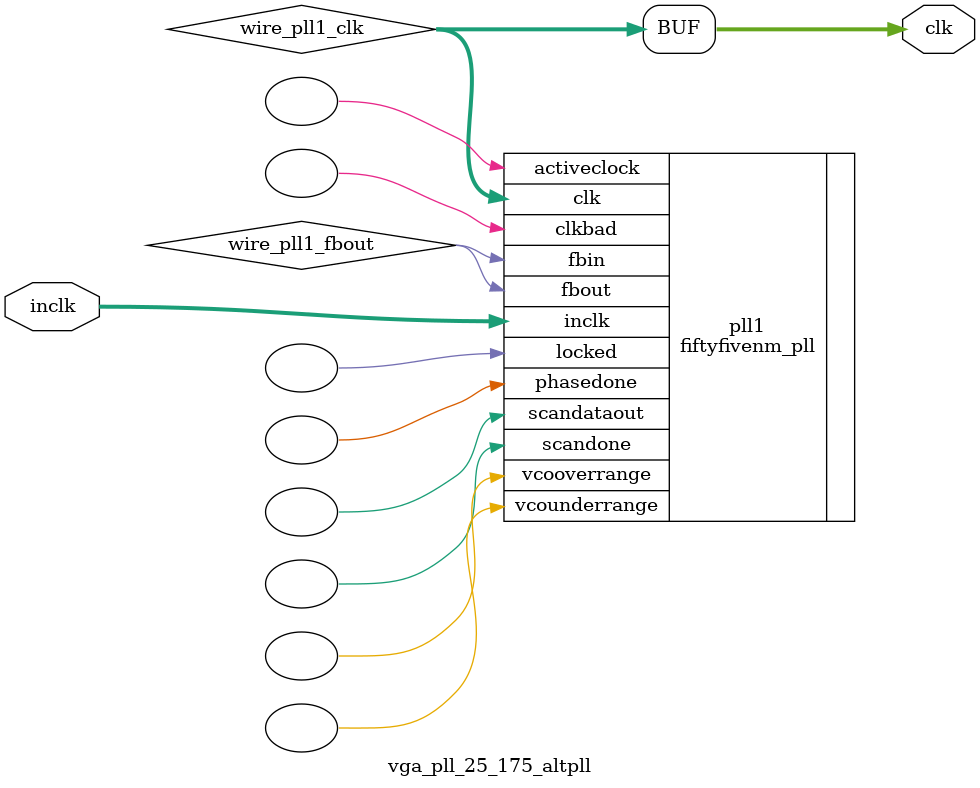
<source format=v>






//synthesis_resources = fiftyfivenm_pll 1 
//synopsys translate_off
`timescale 1 ps / 1 ps
//synopsys translate_on
module  vga_pll_25_175_altpll
	( 
	clk,
	inclk) /* synthesis synthesis_clearbox=1 */;
	output   [4:0]  clk;
	input   [1:0]  inclk;
`ifndef ALTERA_RESERVED_QIS
// synopsys translate_off
`endif
	tri0   [1:0]  inclk;
`ifndef ALTERA_RESERVED_QIS
// synopsys translate_on
`endif

	wire  [4:0]   wire_pll1_clk;
	wire  wire_pll1_fbout;

	fiftyfivenm_pll   pll1
	( 
	.activeclock(),
	.clk(wire_pll1_clk),
	.clkbad(),
	.fbin(wire_pll1_fbout),
	.fbout(wire_pll1_fbout),
	.inclk(inclk),
	.locked(),
	.phasedone(),
	.scandataout(),
	.scandone(),
	.vcooverrange(),
	.vcounderrange()
	`ifndef FORMAL_VERIFICATION
	// synopsys translate_off
	`endif
	,
	.areset(1'b0),
	.clkswitch(1'b0),
	.configupdate(1'b0),
	.pfdena(1'b1),
	.phasecounterselect({3{1'b0}}),
	.phasestep(1'b0),
	.phaseupdown(1'b0),
	.scanclk(1'b0),
	.scanclkena(1'b1),
	.scandata(1'b0)
	`ifndef FORMAL_VERIFICATION
	// synopsys translate_on
	`endif
	);
	defparam
		pll1.bandwidth_type = "auto",
		pll1.clk0_divide_by = 147,
		pll1.clk0_duty_cycle = 50,
		pll1.clk0_multiply_by = 74,
		pll1.clk0_phase_shift = "0",
		pll1.compensate_clock = "clk0",
		pll1.inclk0_input_frequency = 20000,
		pll1.operation_mode = "normal",
		pll1.pll_type = "auto",
		pll1.lpm_type = "fiftyfivenm_pll";
	assign
		clk = {wire_pll1_clk[4:0]};
endmodule //vga_pll_25_175_altpll
//VALID FILE

</source>
